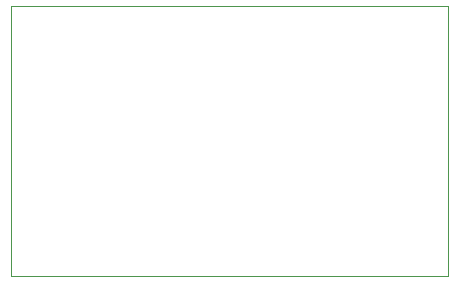
<source format=gko>
G75*
%MOIN*%
%OFA0B0*%
%FSLAX25Y25*%
%IPPOS*%
%LPD*%
%AMOC8*
5,1,8,0,0,1.08239X$1,22.5*
%
%ADD10C,0.00000*%
D10*
X0001000Y0001000D02*
X0001000Y0090961D01*
X0146701Y0090961D01*
X0146701Y0001000D01*
X0001000Y0001000D01*
M02*

</source>
